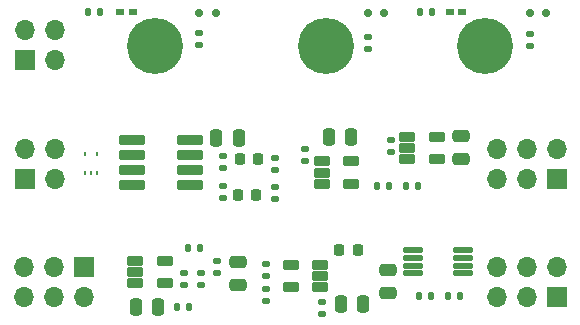
<source format=gbr>
%TF.GenerationSoftware,KiCad,Pcbnew,8.0.6*%
%TF.CreationDate,2024-11-12T19:13:31+01:00*%
%TF.ProjectId,EMG_amplifier,454d475f-616d-4706-9c69-666965722e6b,rev?*%
%TF.SameCoordinates,Original*%
%TF.FileFunction,Soldermask,Top*%
%TF.FilePolarity,Negative*%
%FSLAX46Y46*%
G04 Gerber Fmt 4.6, Leading zero omitted, Abs format (unit mm)*
G04 Created by KiCad (PCBNEW 8.0.6) date 2024-11-12 19:13:31*
%MOMM*%
%LPD*%
G01*
G04 APERTURE LIST*
G04 Aperture macros list*
%AMRoundRect*
0 Rectangle with rounded corners*
0 $1 Rounding radius*
0 $2 $3 $4 $5 $6 $7 $8 $9 X,Y pos of 4 corners*
0 Add a 4 corners polygon primitive as box body*
4,1,4,$2,$3,$4,$5,$6,$7,$8,$9,$2,$3,0*
0 Add four circle primitives for the rounded corners*
1,1,$1+$1,$2,$3*
1,1,$1+$1,$4,$5*
1,1,$1+$1,$6,$7*
1,1,$1+$1,$8,$9*
0 Add four rect primitives between the rounded corners*
20,1,$1+$1,$2,$3,$4,$5,0*
20,1,$1+$1,$4,$5,$6,$7,0*
20,1,$1+$1,$6,$7,$8,$9,0*
20,1,$1+$1,$8,$9,$2,$3,0*%
G04 Aperture macros list end*
%ADD10C,4.750000*%
%ADD11O,1.700000X1.700000*%
%ADD12R,1.700000X1.700000*%
%ADD13RoundRect,0.135000X0.185000X-0.135000X0.185000X0.135000X-0.185000X0.135000X-0.185000X-0.135000X0*%
%ADD14RoundRect,0.135000X0.135000X0.185000X-0.135000X0.185000X-0.135000X-0.185000X0.135000X-0.185000X0*%
%ADD15RoundRect,0.225000X-0.225000X-0.250000X0.225000X-0.250000X0.225000X0.250000X-0.225000X0.250000X0*%
%ADD16RoundRect,0.198500X0.508500X0.198500X-0.508500X0.198500X-0.508500X-0.198500X0.508500X-0.198500X0*%
%ADD17RoundRect,0.135000X-0.185000X0.135000X-0.185000X-0.135000X0.185000X-0.135000X0.185000X0.135000X0*%
%ADD18R,0.204000X0.353200*%
%ADD19RoundRect,0.250000X0.250000X0.475000X-0.250000X0.475000X-0.250000X-0.475000X0.250000X-0.475000X0*%
%ADD20RoundRect,0.250000X-0.475000X0.250000X-0.475000X-0.250000X0.475000X-0.250000X0.475000X0.250000X0*%
%ADD21R,0.711200X0.558800*%
%ADD22RoundRect,0.150000X0.150000X0.200000X-0.150000X0.200000X-0.150000X-0.200000X0.150000X-0.200000X0*%
%ADD23RoundRect,0.225000X0.225000X0.250000X-0.225000X0.250000X-0.225000X-0.250000X0.225000X-0.250000X0*%
%ADD24RoundRect,0.125000X0.687500X0.125000X-0.687500X0.125000X-0.687500X-0.125000X0.687500X-0.125000X0*%
%ADD25RoundRect,0.198500X-0.508500X-0.198500X0.508500X-0.198500X0.508500X0.198500X-0.508500X0.198500X0*%
%ADD26RoundRect,0.135000X-0.135000X-0.185000X0.135000X-0.185000X0.135000X0.185000X-0.135000X0.185000X0*%
%ADD27RoundRect,0.250000X0.475000X-0.250000X0.475000X0.250000X-0.475000X0.250000X-0.475000X-0.250000X0*%
%ADD28RoundRect,0.100500X-0.986500X-0.301500X0.986500X-0.301500X0.986500X0.301500X-0.986500X0.301500X0*%
%ADD29RoundRect,0.140000X-0.170000X0.140000X-0.170000X-0.140000X0.170000X-0.140000X0.170000X0.140000X0*%
%ADD30RoundRect,0.250000X-0.250000X-0.475000X0.250000X-0.475000X0.250000X0.475000X-0.250000X0.475000X0*%
G04 APERTURE END LIST*
D10*
%TO.C,E2*%
X40000400Y-16067200D03*
%TD*%
%TO.C,E1*%
X53469200Y-16067200D03*
%TD*%
D11*
%TO.C,J4*%
X54448000Y-24754600D03*
X54448000Y-27294600D03*
X56988000Y-24754600D03*
X56988000Y-27294600D03*
X59528000Y-24754600D03*
D12*
X59528000Y-27294600D03*
%TD*%
D13*
%TO.C,R11*%
X27986200Y-35266400D03*
X27986200Y-36286400D03*
%TD*%
D11*
%TO.C,J7*%
X14407400Y-37304800D03*
X14407400Y-34764800D03*
X16947400Y-37304800D03*
X16947400Y-34764800D03*
X19487400Y-37304800D03*
D12*
X19487400Y-34764800D03*
%TD*%
D14*
%TO.C,R13*%
X47880000Y-37200000D03*
X48900000Y-37200000D03*
%TD*%
D15*
%TO.C,C2*%
X34265000Y-25600000D03*
X32715000Y-25600000D03*
%TD*%
D16*
%TO.C,U3*%
X36982800Y-36453200D03*
X36982800Y-34553200D03*
X39492800Y-34553200D03*
X39492800Y-35503200D03*
X39492800Y-36453200D03*
%TD*%
D17*
%TO.C,R20*%
X34925400Y-37603200D03*
X34925400Y-36583200D03*
%TD*%
D18*
%TO.C,U7*%
X19605002Y-25192000D03*
X20605000Y-25192000D03*
X20605000Y-26840602D03*
X20105001Y-26840602D03*
X19605002Y-26840602D03*
%TD*%
D19*
%TO.C,C9*%
X42100000Y-23750000D03*
X40200000Y-23750000D03*
%TD*%
D17*
%TO.C,R22*%
X30729400Y-35270400D03*
X30729400Y-34250400D03*
%TD*%
D14*
%TO.C,R4*%
X20839200Y-13193800D03*
X19819200Y-13193800D03*
%TD*%
D13*
%TO.C,R9*%
X35670000Y-25500000D03*
X35670000Y-26520000D03*
%TD*%
D14*
%TO.C,R3*%
X48989200Y-13150800D03*
X47969200Y-13150800D03*
%TD*%
D17*
%TO.C,R16*%
X38200000Y-25800000D03*
X38200000Y-24780000D03*
%TD*%
D20*
%TO.C,C8*%
X51430400Y-25609400D03*
X51430400Y-23709400D03*
%TD*%
D21*
%TO.C,L1*%
X51519200Y-13150800D03*
X50477800Y-13150800D03*
%TD*%
D22*
%TO.C,D1*%
X57219200Y-13250800D03*
X58619200Y-13250800D03*
%TD*%
D23*
%TO.C,C5*%
X41120000Y-33320000D03*
X42670000Y-33320000D03*
%TD*%
D13*
%TO.C,R19*%
X39619400Y-37728200D03*
X39619400Y-38748200D03*
%TD*%
D22*
%TO.C,D3*%
X43519200Y-13250800D03*
X44919200Y-13250800D03*
%TD*%
D24*
%TO.C,U2*%
X51560000Y-35300000D03*
X51560000Y-34650000D03*
X51560000Y-34000000D03*
X51560000Y-33350000D03*
X47335000Y-33350000D03*
X47335000Y-34000000D03*
X47335000Y-34650000D03*
X47335000Y-35300000D03*
%TD*%
D25*
%TO.C,U5*%
X49383200Y-23723800D03*
X49383200Y-25623800D03*
X46873200Y-25623800D03*
X46873200Y-24673800D03*
X46873200Y-23723800D03*
%TD*%
%TO.C,U6*%
X39619400Y-25822600D03*
X39619400Y-26772600D03*
X39619400Y-27722600D03*
X42129400Y-27722600D03*
X42129400Y-25822600D03*
%TD*%
D17*
%TO.C,R15*%
X45450000Y-25020000D03*
X45450000Y-24000000D03*
%TD*%
D19*
%TO.C,C4*%
X23896800Y-38162000D03*
X25796800Y-38162000D03*
%TD*%
D13*
%TO.C,R8*%
X35680000Y-28000000D03*
X35680000Y-29020000D03*
%TD*%
D26*
%TO.C,R23*%
X45357800Y-27925800D03*
X44337800Y-27925800D03*
%TD*%
D20*
%TO.C,C10*%
X45240000Y-35050000D03*
X45240000Y-36950000D03*
%TD*%
D27*
%TO.C,C11*%
X32558200Y-34357000D03*
X32558200Y-36257000D03*
%TD*%
D13*
%TO.C,R6*%
X31240000Y-28930000D03*
X31240000Y-27910000D03*
%TD*%
D26*
%TO.C,R24*%
X47772800Y-27925800D03*
X46752800Y-27925800D03*
%TD*%
D13*
%TO.C,R2*%
X29269200Y-15950800D03*
X29269200Y-14930800D03*
%TD*%
D19*
%TO.C,C7*%
X30700000Y-23810000D03*
X32600000Y-23810000D03*
%TD*%
D28*
%TO.C,U8*%
X28479000Y-24049000D03*
X28479000Y-25319000D03*
X28479000Y-26589000D03*
X28479000Y-27859000D03*
X23539000Y-27859000D03*
X23539000Y-26589000D03*
X23539000Y-25319000D03*
X23539000Y-24049000D03*
%TD*%
D13*
%TO.C,R5*%
X43556400Y-16318000D03*
X43556400Y-15298000D03*
%TD*%
D22*
%TO.C,D2*%
X29253200Y-13270000D03*
X30653200Y-13270000D03*
%TD*%
D21*
%TO.C,L2*%
X22569200Y-13193800D03*
X23610600Y-13193800D03*
%TD*%
D25*
%TO.C,U1*%
X26330600Y-34230000D03*
X26330600Y-36130000D03*
X23820600Y-36130000D03*
X23820600Y-35180000D03*
X23820600Y-34230000D03*
%TD*%
D29*
%TO.C,C3*%
X29434000Y-36257000D03*
X29434000Y-35297000D03*
%TD*%
D30*
%TO.C,C6*%
X43145000Y-37933400D03*
X41245000Y-37933400D03*
%TD*%
D26*
%TO.C,R12*%
X51370000Y-37220000D03*
X50350000Y-37220000D03*
%TD*%
%TO.C,R21*%
X29311000Y-33132800D03*
X28291000Y-33132800D03*
%TD*%
D12*
%TO.C,J1*%
X14498800Y-17255000D03*
D11*
X17038800Y-17255000D03*
X14498800Y-14715000D03*
X17038800Y-14715000D03*
%TD*%
D14*
%TO.C,R10*%
X27398000Y-38162000D03*
X28418000Y-38162000D03*
%TD*%
D13*
%TO.C,R7*%
X31260000Y-25370000D03*
X31260000Y-26390000D03*
%TD*%
D17*
%TO.C,R14*%
X34925400Y-35547800D03*
X34925400Y-34527800D03*
%TD*%
D13*
%TO.C,R1*%
X57269200Y-16070800D03*
X57269200Y-15050800D03*
%TD*%
D15*
%TO.C,C1*%
X34100000Y-28700000D03*
X32550000Y-28700000D03*
%TD*%
D11*
%TO.C,J3*%
X54448000Y-34769400D03*
X54448000Y-37309400D03*
X56988000Y-34769400D03*
X56988000Y-37309400D03*
X59528000Y-34769400D03*
D12*
X59528000Y-37309400D03*
%TD*%
D11*
%TO.C,J2*%
X17038800Y-24754600D03*
X14498800Y-24754600D03*
X17038800Y-27294600D03*
D12*
X14498800Y-27294600D03*
%TD*%
D10*
%TO.C,E3*%
X25469200Y-16067200D03*
%TD*%
M02*

</source>
